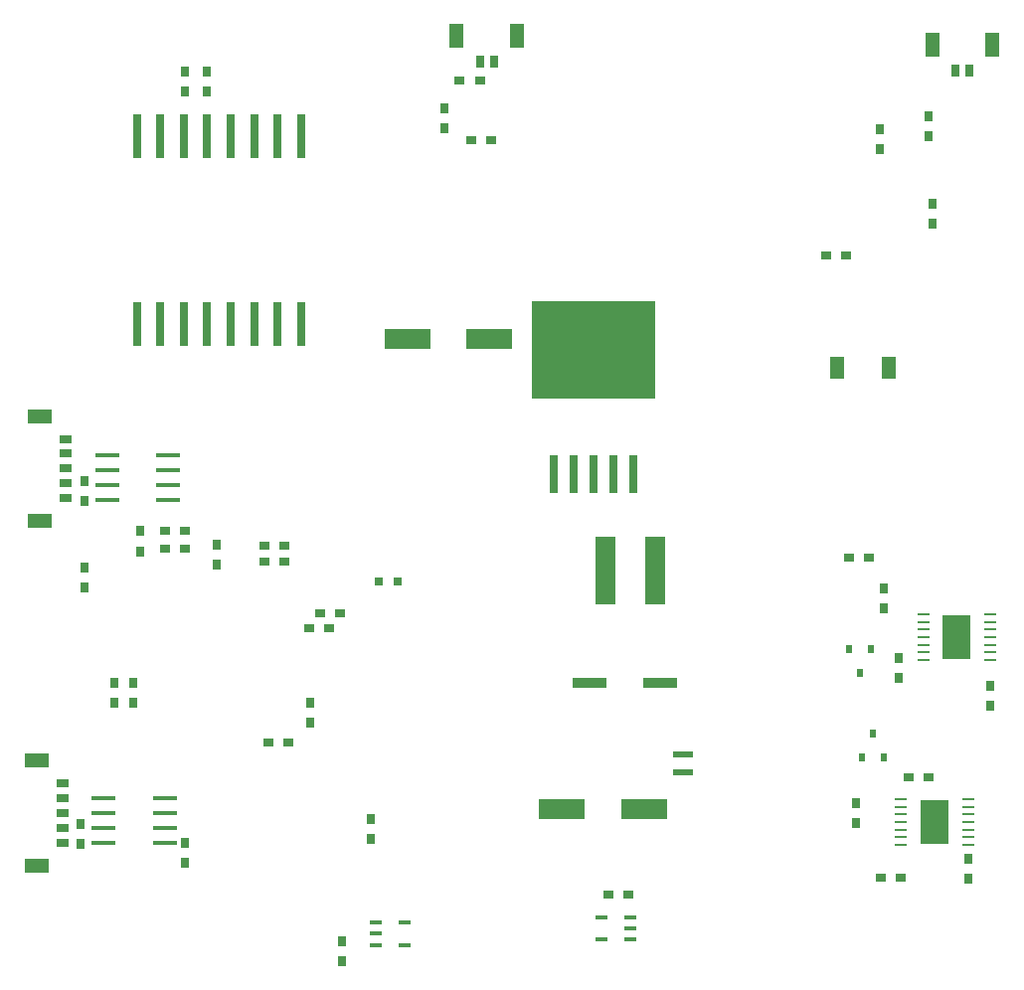
<source format=gbr>
%TF.GenerationSoftware,Novarm,DipTrace,3.3.0.1*%
%TF.CreationDate,2018-11-14T10:20:15-08:00*%
%FSLAX26Y26*%
%MOIN*%
%TF.FileFunction,Paste,Top*%
%TF.Part,Single*%
%ADD78R,0.03149X0.125978*%
%ADD80R,0.41338X0.330703*%
%ADD82R,0.080703X0.047238*%
%ADD84R,0.043301X0.025585*%
%ADD86R,0.078734X0.015742*%
%ADD88R,0.043695X0.009837*%
%ADD90R,0.096451X0.1496*%
%ADD92R,0.044089X0.014561*%
%ADD94R,0.047238X0.080703*%
%ADD96R,0.025585X0.043301*%
%ADD98R,0.03149X0.1496*%
%ADD100R,0.003931X0.049207*%
%ADD102R,0.049207X0.003931*%
%ADD108R,0.07086X0.019679*%
%ADD110R,0.07086X0.22834*%
%ADD112R,0.029522X0.03149*%
%ADD120R,0.023616X0.027553*%
%ADD126R,0.047238X0.074797*%
%ADD128R,0.114167X0.035427*%
%ADD130R,0.157474X0.066923*%
%ADD132R,0.035427X0.03149*%
%ADD134R,0.03149X0.035427*%
G75*
G01*
%LPD*%
D134*
X1138382Y3367913D3*
Y3434842D3*
X1066200Y3368700D3*
Y3435629D3*
D132*
X997401Y1893522D3*
X1064330D3*
D134*
X892359Y1319690D3*
Y1386619D3*
D132*
X1412630Y1185111D3*
X1345701D3*
D134*
X1484850Y1318582D3*
Y1251653D3*
D132*
X1331372Y1844330D3*
X1398301D3*
X1547449Y1568700D3*
X1480520D3*
X1584949Y1618700D3*
X1518020D3*
X1331648Y1792864D3*
X1398577D3*
X997541Y1835334D3*
X1064470D3*
D134*
X828944Y1319407D3*
Y1386336D3*
X1066144Y849881D3*
Y782952D3*
X1688947Y927712D3*
Y860783D3*
X1172449Y1781200D3*
Y1848129D3*
D130*
X1810972Y2539901D3*
X2086562D3*
D128*
X2657327Y1384050D3*
X2421107D3*
D134*
X3691200Y793700D3*
Y726771D3*
X3766200Y1374949D3*
Y1308020D3*
D130*
X2603700Y962449D3*
X2328109D3*
D132*
X3559581Y1069641D3*
X3492651D3*
D134*
X3459581Y1400892D3*
Y1467821D3*
X916159Y1893522D3*
Y1826592D3*
D126*
X3250927Y2442250D3*
X3424155D3*
D120*
X3328700Y1418700D3*
X3366102Y1497440D3*
X3291298D3*
D132*
X2091036Y3205884D3*
X2024107D3*
D120*
X3372081Y1213392D3*
X3334679Y1134651D3*
X3409482D3*
D112*
X1778700Y1724949D3*
X1715708D3*
D110*
X2475466Y1760233D3*
X2640821D3*
D108*
X2734949Y1143700D3*
Y1086613D3*
D134*
X3395791Y3243188D3*
Y3176259D3*
D132*
X2053540Y3405863D3*
X1986611D3*
X3216200Y2818700D3*
X3283129D3*
D134*
X3572449Y2924949D3*
Y2991878D3*
X3559632Y3218382D3*
Y3285312D3*
X1934798Y3243363D3*
Y3310292D3*
X716180Y843632D3*
Y910561D3*
D132*
X3397081Y732141D3*
X3464010D3*
D134*
X728679Y1993511D3*
Y2060440D3*
X3409581Y1700892D3*
Y1633962D3*
D132*
X3359949Y1806200D3*
X3293020D3*
X2484951Y674949D3*
X2551880D3*
D134*
X1591200Y518700D3*
Y451771D3*
X728700Y1773129D3*
Y1706200D3*
X3315830Y913392D3*
Y980321D3*
D102*
X1424087Y1341812D3*
Y1361497D3*
Y1381182D3*
Y1400867D3*
Y1420552D3*
Y1440237D3*
Y1459922D3*
Y1479607D3*
Y1499292D3*
Y1518977D3*
Y1538662D3*
Y1558347D3*
Y1578032D3*
Y1597717D3*
Y1617402D3*
Y1637087D3*
D100*
X1345347Y1715827D3*
X1325662D3*
X1305977D3*
X1286292D3*
X1266607D3*
X1246922D3*
X1227237D3*
X1207552D3*
X1187867D3*
X1168182D3*
X1148497D3*
X1128812D3*
X1109127D3*
X1089441D3*
X1069756D3*
X1050071D3*
D102*
X971331Y1637087D3*
Y1617402D3*
Y1597717D3*
Y1578032D3*
Y1558347D3*
Y1538662D3*
Y1518977D3*
Y1499292D3*
Y1479607D3*
Y1459922D3*
Y1440237D3*
Y1420552D3*
Y1400867D3*
Y1381182D3*
Y1361497D3*
Y1341812D3*
D100*
X1050071Y1263071D3*
X1069756D3*
X1089441D3*
X1109127D3*
X1128812D3*
X1148497D3*
X1168182D3*
X1187867D3*
X1207552D3*
X1227237D3*
X1246922D3*
X1266607D3*
X1286292D3*
X1305977D3*
X1325662D3*
X1345347D3*
D98*
X903700Y2587449D3*
X982440D3*
X1061180D3*
X1139920D3*
X1218661D3*
X1297401D3*
X1376141D3*
X1454881D3*
Y3217371D3*
X1376141D3*
X1297401D3*
X1218661D3*
X1139920D3*
X1061180D3*
X982440D3*
X903700D3*
D96*
X2053540Y3468356D3*
X2102752D3*
D94*
X2179524Y3554773D3*
X1976768D3*
D92*
X2559951Y524949D3*
Y562351D3*
Y599752D3*
X2461525D3*
Y524949D3*
D96*
X3647123Y3437109D3*
X3696335D3*
D94*
X3773107Y3523527D3*
X3570351D3*
D90*
X3578700Y918700D3*
D88*
X3466495Y995472D3*
Y969881D3*
Y944291D3*
Y918700D3*
Y893109D3*
Y867519D3*
Y841928D3*
X3690905Y995472D3*
Y969881D3*
Y944291D3*
Y918700D3*
Y893109D3*
Y867519D3*
Y841928D3*
D86*
X997401Y849881D3*
Y899881D3*
Y949881D3*
Y999881D3*
X792676Y849881D3*
Y899881D3*
Y949881D3*
Y999881D3*
D84*
X653687Y849881D3*
Y899094D3*
Y948306D3*
Y997519D3*
Y1046731D3*
D82*
X567270Y1123503D3*
Y773109D3*
D80*
X2435100Y2500898D3*
D78*
X2301242Y2083575D3*
X2368171D3*
X2435100D3*
X2502029D3*
X2568959D3*
D90*
X3653285Y1538397D3*
D88*
X3541081Y1615169D3*
Y1589578D3*
Y1563987D3*
Y1538397D3*
Y1512806D3*
Y1487216D3*
Y1461625D3*
X3765490Y1615169D3*
Y1589578D3*
Y1563987D3*
Y1538397D3*
Y1512806D3*
Y1487216D3*
Y1461625D3*
D92*
X1703700Y581200D3*
Y543798D3*
Y506397D3*
X1802125D3*
Y581200D3*
D86*
X1009899Y1999760D3*
Y2049760D3*
Y2099760D3*
Y2149760D3*
X805175Y1999760D3*
Y2049760D3*
Y2099760D3*
Y2149760D3*
D84*
X666186Y2006010D3*
Y2055222D3*
Y2104435D3*
Y2153648D3*
Y2202860D3*
D82*
X579768Y2279632D3*
Y1929238D3*
M02*

</source>
